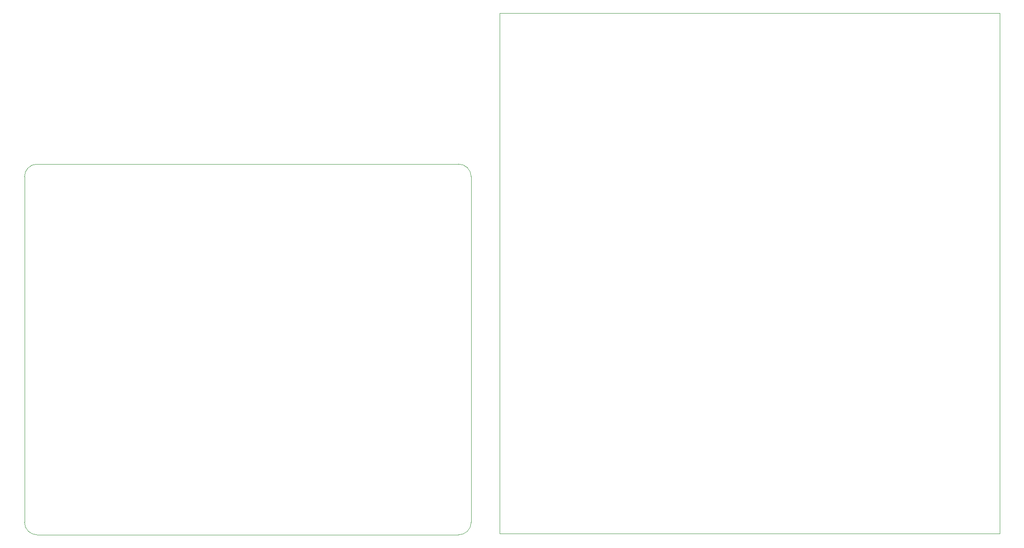
<source format=gbr>
%TF.GenerationSoftware,KiCad,Pcbnew,9.0.0*%
%TF.CreationDate,2025-05-09T16:43:11-07:00*%
%TF.ProjectId,Motor_Controller_Board_v1,4d6f746f-725f-4436-9f6e-74726f6c6c65,v1*%
%TF.SameCoordinates,Original*%
%TF.FileFunction,Profile,NP*%
%FSLAX46Y46*%
G04 Gerber Fmt 4.6, Leading zero omitted, Abs format (unit mm)*
G04 Created by KiCad (PCBNEW 9.0.0) date 2025-05-09 16:43:11*
%MOMM*%
%LPD*%
G01*
G04 APERTURE LIST*
%TA.AperFunction,Profile*%
%ADD10C,0.050000*%
%TD*%
G04 APERTURE END LIST*
D10*
X50140000Y-77340000D02*
X50140000Y-146340000D01*
X52640000Y-148840000D02*
X136640000Y-148840000D01*
X139140000Y-146340000D02*
G75*
G02*
X136640000Y-148840000I-2500000J0D01*
G01*
X52640000Y-148840000D02*
G75*
G02*
X50140000Y-146340000I0J2500000D01*
G01*
X136640000Y-74840000D02*
G75*
G02*
X139140000Y-77340000I0J-2500000D01*
G01*
X139140000Y-146340000D02*
X139140000Y-77340000D01*
X136640000Y-74840000D02*
X52640000Y-74840000D01*
X50140000Y-77340000D02*
G75*
G02*
X52640000Y-74840000I2500000J0D01*
G01*
X144792500Y-44667500D02*
X244452500Y-44667500D01*
X244452500Y-148615000D01*
X144792500Y-148615000D01*
X144792500Y-44667500D01*
M02*

</source>
